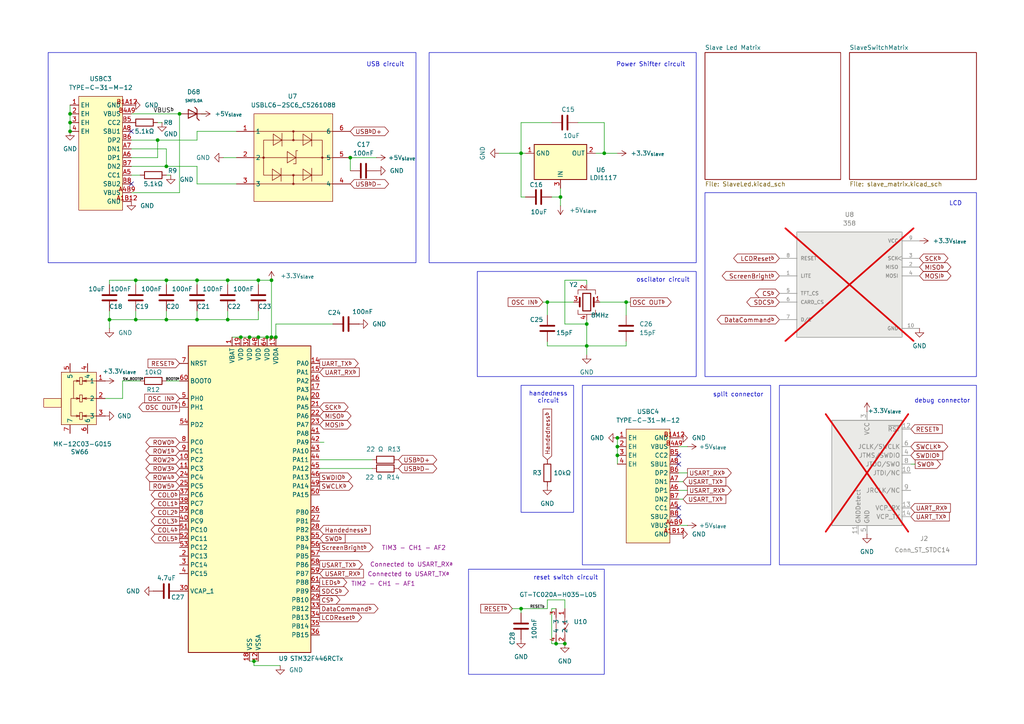
<source format=kicad_sch>
(kicad_sch (version 20250114) (generator "eeschema") (generator_version "9.0")
  (paper "A4")
  (lib_symbols
    (symbol "Connector:Conn_ST_STDC14"
      (property "Reference" "J" (at -8.89 16.51 0))
      (property "Value" "Conn_ST_STDC14" (at 17.78 16.51 0))
      (symbol "Conn_ST_STDC14_1_1"
        (pin no_connect line (at -10.16 5.08 0) (length 2.54) (hide yes) (name "NC") (number "1"))
        (pin no_connect line (at -10.16 2.54 0) (length 2.54) (hide yes) (name "NC") (number "2"))
        (pin passive line (at -2.54 -17.78 90) (length 2.54) (name "GNDDetect") (number "11"))
        (pin power_in line (at 0 17.78 270) (length 2.54) (name "VCC") (number "3"))
        (pin power_in line (at 0 -17.78 90) (length 2.54) (name "GND") (number "5"))
        (pin passive line (at 0 -17.78 90) (length 2.54) (hide yes) (name "GND") (number "7"))
        (pin open_collector line (at 12.7 12.7 180) (length 2.54) (name "~{RST}") (number "12"))
        (pin output line (at 12.7 7.62 180) (length 2.54) (name "JCLK/SWCLK") (number "6"))
        (pin bidirectional line (at 12.7 5.08 180) (length 2.54) (name "JTMS/SWDIO") (number "4"))
        (pin input line (at 12.7 2.54 180) (length 2.54) (name "JTDO/SWO") (number "8"))
        (pin output line (at 12.7 0 180) (length 2.54) (name "JTDI/NC") (number "10"))
        (pin input line (at 12.7 -5.08 180) (length 2.54) (name "JRCLK/NC") (number "9"))
        (pin output line (at 12.7 -10.16 180) (length 2.54) (name "VCP_RX") (number "13"))
        (pin input line (at 12.7 -12.7 180) (length 2.54) (name "VCP_TX") (number "14"))
      )
    )
    (symbol "Device:C" (pin_numbers (hide yes)) (pin_names (offset 0.254))
      (property "Reference" "C" (at 0.635 2.54 0))
      (property "Value" "C" (at 0.635 -2.54 0))
      (symbol "C_1_1"
        (pin passive line (at 0 3.81 270) (length 2.794) (name "~") (number "1"))
        (pin passive line (at 0 -3.81 90) (length 2.794) (name "~") (number "2"))
      )
    )
    (symbol "Device:Crystal_GND24" (pin_names (offset 1.016) (hide yes))
      (property "Reference" "Y" (at 3.175 5.08 0))
      (property "Value" "Crystal_GND24" (at 3.175 3.175 0))
      (symbol "Crystal_GND24_1_1"
        (pin passive line (at -3.81 0 0) (length 1.27) (name "1") (number "1"))
        (pin passive line (at 0 5.08 270) (length 1.27) (name "2") (number "2"))
        (pin passive line (at 0 -5.08 90) (length 1.27) (name "4") (number "4"))
        (pin passive line (at 3.81 0 180) (length 1.27) (name "3") (number "3"))
      )
    )
    (symbol "Device:R" (pin_numbers (hide yes)) (pin_names (offset 0))
      (property "Reference" "R" (at 2.032 0 90))
      (property "Value" "R" (at 0 0 90))
      (symbol "R_1_1"
        (pin passive line (at 0 3.81 270) (length 1.27) (name "~") (number "1"))
        (pin passive line (at 0 -3.81 90) (length 1.27) (name "~") (number "2"))
      )
    )
    (symbol "MCU_ST_STM32F4:STM32F446RCTx"
      (property "Reference" "U" (at -17.78 46.99 0))
      (property "Value" "STM32F446RCTx" (at 10.16 46.99 0))
      (symbol "STM32F446RCTx_1_1"
        (pin input line (at -20.32 40.64 0) (length 2.54) (name "NRST") (number "7"))
        (pin input line (at -20.32 35.56 0) (length 2.54) (name "BOOT0") (number "60"))
        (pin bidirectional line (at -20.32 30.48 0) (length 2.54) (name "PH0") (number "5"))
        (pin bidirectional line (at -20.32 27.94 0) (length 2.54) (name "PH1") (number "6"))
        (pin bidirectional line (at -20.32 22.86 0) (length 2.54) (name "PD2") (number "54"))
        (pin bidirectional line (at -20.32 17.78 0) (length 2.54) (name "PC0") (number "8"))
        (pin bidirectional line (at -20.32 15.24 0) (length 2.54) (name "PC1") (number "9"))
        (pin bidirectional line (at -20.32 12.7 0) (length 2.54) (name "PC2") (number "10"))
        (pin bidirectional line (at -20.32 10.16 0) (length 2.54) (name "PC3") (number "11"))
        (pin bidirectional line (at -20.32 7.62 0) (length 2.54) (name "PC4") (number "24"))
        (pin bidirectional line (at -20.32 5.08 0) (length 2.54) (name "PC5") (number "25"))
        (pin bidirectional line (at -20.32 2.54 0) (length 2.54) (name "PC6") (number "37"))
        (pin bidirectional line (at -20.32 0 0) (length 2.54) (name "PC7") (number "38"))
        (pin bidirectional line (at -20.32 -2.54 0) (length 2.54) (name "PC8") (number "39"))
        (pin bidirectional line (at -20.32 -5.08 0) (length 2.54) (name "PC9") (number "40"))
        (pin bidirectional line (at -20.32 -7.62 0) (length 2.54) (name "PC10") (number "51"))
        (pin bidirectional line (at -20.32 -10.16 0) (length 2.54) (name "PC11") (number "52"))
        (pin bidirectional line (at -20.32 -12.7 0) (length 2.54) (name "PC12") (number "53"))
        (pin bidirectional line (at -20.32 -15.24 0) (length 2.54) (name "PC13") (number "2"))
        (pin bidirectional line (at -20.32 -17.78 0) (length 2.54) (name "PC14") (number "3"))
        (pin bidirectional line (at -20.32 -20.32 0) (length 2.54) (name "PC15") (number "4"))
        (pin power_out line (at -20.32 -25.4 0) (length 2.54) (name "VCAP_1") (number "30"))
        (pin power_in line (at -5.08 48.26 270) (length 2.54) (name "VBAT") (number "1"))
        (pin power_in line (at -2.54 48.26 270) (length 2.54) (name "VDD") (number "19"))
        (pin power_in line (at 0 48.26 270) (length 2.54) (name "VDD") (number "32"))
        (pin power_in line (at 0 -45.72 90) (length 2.54) (name "VSS") (number "18"))
        (pin passive line (at 0 -45.72 90) (length 2.54) (hide yes) (name "VSS") (number "31"))
        (pin passive line (at 0 -45.72 90) (length 2.54) (hide yes) (name "VSS") (number "47"))
        (pin passive line (at 0 -45.72 90) (length 2.54) (hide yes) (name "VSS") (number "63"))
        (pin power_in line (at 2.54 48.26 270) (length 2.54) (name "VDD") (number "48"))
        (pin power_in line (at 2.54 -45.72 90) (length 2.54) (name "VSSA") (number "12"))
        (pin power_in line (at 5.08 48.26 270) (length 2.54) (name "VDD") (number "64"))
        (pin power_in line (at 7.62 48.26 270) (length 2.54) (name "VDDA") (number "13"))
        (pin bidirectional line (at 20.32 40.64 180) (length 2.54) (name "PA0") (number "14"))
        (pin bidirectional line (at 20.32 38.1 180) (length 2.54) (name "PA1") (number "15"))
        (pin bidirectional line (at 20.32 35.56 180) (length 2.54) (name "PA2") (number "16"))
        (pin bidirectional line (at 20.32 33.02 180) (length 2.54) (name "PA3") (number "17"))
        (pin bidirectional line (at 20.32 30.48 180) (length 2.54) (name "PA4") (number "20"))
        (pin bidirectional line (at 20.32 27.94 180) (length 2.54) (name "PA5") (number "21"))
        (pin bidirectional line (at 20.32 25.4 180) (length 2.54) (name "PA6") (number "22"))
        (pin bidirectional line (at 20.32 22.86 180) (length 2.54) (name "PA7") (number "23"))
        (pin bidirectional line (at 20.32 20.32 180) (length 2.54) (name "PA8") (number "41"))
        (pin bidirectional line (at 20.32 17.78 180) (length 2.54) (name "PA9") (number "42"))
        (pin bidirectional line (at 20.32 15.24 180) (length 2.54) (name "PA10") (number "43"))
        (pin bidirectional line (at 20.32 12.7 180) (length 2.54) (name "PA11") (number "44"))
        (pin bidirectional line (at 20.32 10.16 180) (length 2.54) (name "PA12") (number "45"))
        (pin bidirectional line (at 20.32 7.62 180) (length 2.54) (name "PA13") (number "46"))
        (pin bidirectional line (at 20.32 5.08 180) (length 2.54) (name "PA14") (number "49"))
        (pin bidirectional line (at 20.32 2.54 180) (length 2.54) (name "PA15") (number "50"))
        (pin bidirectional line (at 20.32 -2.54 180) (length 2.54) (name "PB0") (number "26"))
        (pin bidirectional line (at 20.32 -5.08 180) (length 2.54) (name "PB1") (number "27"))
        (pin bidirectional line (at 20.32 -7.62 180) (length 2.54) (name "PB2") (number "28"))
        (pin bidirectional line (at 20.32 -10.16 180) (length 2.54) (name "PB3") (number "55"))
        (pin bidirectional line (at 20.32 -12.7 180) (length 2.54) (name "PB4") (number "56"))
        (pin bidirectional line (at 20.32 -15.24 180) (length 2.54) (name "PB5") (number "57"))
        (pin bidirectional line (at 20.32 -17.78 180) (length 2.54) (name "PB6") (number "58"))
        (pin bidirectional line (at 20.32 -20.32 180) (length 2.54) (name "PB7") (number "59"))
        (pin bidirectional line (at 20.32 -22.86 180) (length 2.54) (name "PB8") (number "61"))
        (pin bidirectional line (at 20.32 -25.4 180) (length 2.54) (name "PB9") (number "62"))
        (pin bidirectional line (at 20.32 -27.94 180) (length 2.54) (name "PB10") (number "29"))
        (pin bidirectional line (at 20.32 -30.48 180) (length 2.54) (name "PB12") (number "33"))
        (pin bidirectional line (at 20.32 -33.02 180) (length 2.54) (name "PB13") (number "34"))
        (pin bidirectional line (at 20.32 -35.56 180) (length 2.54) (name "PB14") (number "35"))
        (pin bidirectional line (at 20.32 -38.1 180) (length 2.54) (name "PB15") (number "36"))
      )
    )
    (symbol "PCM_JLCPCB-Diodes:TVS-Uni,SMF5.0A" (pin_numbers (hide yes)) (pin_names (offset 0))
      (property "Reference" "D" (at 2.032 0.834 0))
      (property "Value" "SMF5.0A" (at 2.032 -1.2122 0))
      (symbol "TVS-Uni,SMF5.0A_1_1"
        (pin passive line (at 0 3.81 270) (length 3.81) (name "~") (number "2"))
        (pin passive line (at 0 -3.81 90) (length 3.81) (name "~") (number "1"))
      )
    )
    (symbol "Regulator_Linear:LT1963AxST-3.3"
      (property "Reference" "U2" (at 23.876 -7.62 0))
      (property "Value" "LDI1117" (at 14.478 -9.906 0))
      (symbol "LT1963AxST-3.3_1_1"
        (pin power_in line (at -10.16 2.54 0) (length 2.54) (name "GND") (number "1"))
        (pin power_in line (at 0 -7.62 90) (length 2.54) (name "IN") (number "3"))
        (pin power_out line (at 10.16 2.54 180) (length 2.54) (name "OUT") (number "2"))
      )
    )
    (symbol "easyeda2kicad:GT-TC020A-H035-L05"
      (property "Reference" "U" (at 0 5.08 0))
      (property "Value" "GT-TC020A-H035-L05" (at 0 -7.62 0))
      (symbol "GT-TC020A-H035-L05_0_1"
        (pin unspecified line (at -5.08 0 0) (length 2.54) (name "1") (number "1"))
        (pin unspecified line (at -5.08 -2.54 0) (length 2.54) (name "3") (number "3"))
        (pin unspecified line (at 5.08 0 180) (length 2.54) (name "2") (number "2"))
        (pin unspecified line (at 5.08 -2.54 180) (length 2.54) (name "4") (number "4"))
      )
    )
    (symbol "easyeda2kicad:MK-12C03-G015"
      (property "Reference" "SW" (at 0 12.7 0))
      (property "Value" "MK-12C03-G015" (at 0 -7.62 0))
      (symbol "MK-12C03-G015_0_1"
        (pin unspecified line (at -10.16 2.54 0) (length 2.54) (name "4") (number "4"))
        (pin unspecified line (at -10.16 -2.54 0) (length 2.54) (name "5") (number "5"))
        (pin unspecified line (at -5.08 7.62 270) (length 2.54) (name "1") (number "1"))
        (pin unspecified line (at 0 7.62 270) (length 2.54) (name "2") (number "2"))
        (pin unspecified line (at 5.08 7.62 270) (length 2.54) (name "3") (number "3"))
        (pin unspecified line (at 10.16 2.54 180) (length 2.54) (name "6") (number "6"))
        (pin unspecified line (at 10.16 -2.54 180) (length 2.54) (name "7") (number "7"))
      )
    )
    (symbol "easyeda2kicad:TYPE-C-31-M-12"
      (property "Reference" "USBC" (at 0 19.05 0))
      (property "Value" "TYPE-C-31-M-12" (at 0 -19.05 0))
      (symbol "TYPE-C-31-M-12_0_1"
        (pin unspecified line (at -8.89 13.97 0) (length 2.54) (name "GND") (number "A1B12"))
        (pin unspecified line (at -8.89 11.43 0) (length 2.54) (name "VBUS") (number "A4B9"))
        (pin unspecified line (at -8.89 8.89 0) (length 2.54) (name "SBU2") (number "B8"))
        (pin unspecified line (at -8.89 6.35 0) (length 2.54) (name "CC1") (number "A5"))
        (pin unspecified line (at -8.89 3.81 0) (length 2.54) (name "DN2") (number "B7"))
        (pin unspecified line (at -8.89 1.27 0) (length 2.54) (name "DP1") (number "A6"))
        (pin unspecified line (at -8.89 -1.27 0) (length 2.54) (name "DN1") (number "A7"))
        (pin unspecified line (at -8.89 -3.81 0) (length 2.54) (name "DP2") (number "B6"))
        (pin unspecified line (at -8.89 -6.35 0) (length 2.54) (name "SBU1") (number "A8"))
        (pin unspecified line (at -8.89 -8.89 0) (length 2.54) (name "CC2") (number "B5"))
        (pin unspecified line (at -8.89 -11.43 0) (length 2.54) (name "VBUS") (number "B4A9"))
        (pin unspecified line (at -8.89 -13.97 0) (length 2.54) (name "GND") (number "B1A12"))
        (pin unspecified line (at 8.89 -6.35 180) (length 2.54) (name "EH") (number "4"))
        (pin unspecified line (at 8.89 -8.89 180) (length 2.54) (name "EH") (number "3"))
        (pin unspecified line (at 8.89 -11.43 180) (length 2.54) (name "EH") (number "2"))
        (pin unspecified line (at 8.89 -13.97 180) (length 2.54) (name "EH") (number "1"))
      )
    )
    (symbol "easyeda2kicad:USBLC6-2SC6_C5261088"
      (property "Reference" "U" (at 0 12.7 0))
      (property "Value" "USBLC6-2SC6_C5261088" (at 0 -12.7 0))
      (symbol "USBLC6-2SC6_C5261088_0_1"
        (pin input line (at -16.51 7.62 0) (length 5.08) (name "1") (number "1"))
        (pin input line (at -16.51 0 0) (length 5.08) (name "2") (number "2"))
        (pin input line (at -16.51 -7.62 0) (length 5.08) (name "3") (number "3"))
        (pin input line (at 16.51 7.62 180) (length 5.08) (name "6") (number "6"))
        (pin input line (at 16.51 0 180) (length 5.08) (name "5") (number "5"))
        (pin input line (at 16.51 -7.62 180) (length 5.08) (name "4") (number "4"))
      )
    )
    (symbol "led:358" (pin_names (offset 1.016))
      (property "Reference" "U" (at -15.24 16.002 0))
      (property "Value" "358" (at -15.24 -17.78 0))
      (symbol "358_0_0"
        (pin input line (at -20.32 7.62 0) (length 5.08) (name "RESET") (number "8"))
        (pin input line (at -20.32 2.54 0) (length 5.08) (name "LITE") (number "1"))
        (pin input line (at -20.32 -2.54 0) (length 5.08) (name "TFT_CS") (number "5"))
        (pin input line (at -20.32 -5.08 0) (length 5.08) (name "CARD_CS") (number "6"))
        (pin input line (at -20.32 -10.16 0) (length 5.08) (name "D/C") (number "7"))
        (pin power_in line (at 20.32 12.7 180) (length 5.08) (name "VCC") (number "9"))
        (pin input clock (at 20.32 7.62 180) (length 5.08) (name "SCK") (number "3"))
        (pin output line (at 20.32 5.08 180) (length 5.08) (name "MISO") (number "2"))
        (pin input line (at 20.32 2.54 180) (length 5.08) (name "MOSI") (number "4"))
        (pin power_in line (at 20.32 -12.7 180) (length 5.08) (name "GND") (number "10"))
      )
    )
    (symbol "power:+3.3V" (power) (pin_numbers (hide yes)) (pin_names (offset 0) (hide yes))
      (property "Value" "+3.3V" (at 0 3.556 0))
      (symbol "+3.3V_1_1"
        (pin power_in line (at 0 0 90) (length 0) (name "~") (number "1"))
      )
    )
    (symbol "power:+5V" (power) (pin_numbers (hide yes)) (pin_names (offset 0) (hide yes))
      (property "Value" "+5V" (at 0 3.556 0))
      (symbol "+5V_1_1"
        (pin power_in line (at 0 0 90) (length 0) (name "~") (number "1"))
      )
    )
    (symbol "power:GND" (power) (pin_numbers (hide yes)) (pin_names (offset 0) (hide yes))
      (property "Value" "GND" (at 0 -3.81 0))
      (symbol "GND_1_1"
        (pin power_in line (at 0 0 270) (length 0) (name "~") (number "1"))
      )
    )
  )
  (rectangle (start 204.47 55.88) (end 283.21 109.22))
  (rectangle (start 124.46 15.24) (end 201.93 76.2))
  (rectangle (start 168.91 111.76) (end 223.52 163.83))
  (rectangle (start 151.13 111.76) (end 166.37 148.59))
  (rectangle (start 138.43 78.74) (end 201.93 109.22))
  (rectangle (start 226.06 111.76) (end 283.21 163.83))
  (rectangle (start 135.89 165.1) (end 175.26 195.58))
  (rectangle (start 13.97 15.24) (end 120.65 76.2))
  (text "reset switch circuit" (at 164.084 167.64 0) (effects (font (size 1.27 1.27))))
  (text "split connector" (at 214.122 114.554 0) (effects (font (size 1.27 1.27))))
  (text "debug connector" (at 273.304 116.332 0) (effects (font (size 1.27 1.27))))
  (text "Power Shifter circuit" (at 188.722 18.796 0) (effects (font (size 1.27 1.27))))
  (text "handedness\ncircuit" (at 159.004 115.316 0) (effects (font (size 1.27 1.27))))
  (text "oscilator circuit" (at 192.278 81.28 0) (effects (font (size 1.27 1.27))))
  (text "USB circuit\n" (at 111.76 18.796 0) (effects (font (size 1.27 1.27))))
  (text_box "LCD" (at 274.32 57.15 0) (size 6.35 3.81) (margins 0.9525 0.9525 0.9525 0.9525) (stroke (width -0.0001)) (effects (font (size 1.27 1.27)) (justify left top)))
  (junction (at 161.29 186.69))
  (junction (at 179.07 132.08))
  (junction (at 52.07 33.02))
  (junction (at 48.26 81.28))
  (junction (at 66.04 92.71))
  (junction (at 57.15 81.28))
  (junction (at 101.6 45.72))
  (junction (at 57.15 92.71))
  (junction (at 20.32 38.1))
  (junction (at 20.32 35.56))
  (junction (at 69.85 97.79))
  (junction (at 78.74 97.79))
  (junction (at 162.56 57.15))
  (junction (at 170.18 100.33))
  (junction (at 80.01 97.79))
  (junction (at 78.74 81.28))
  (junction (at 72.39 97.79))
  (junction (at 48.26 48.26))
  (junction (at 74.93 97.79))
  (junction (at 170.18 93.98))
  (junction (at 179.07 129.54))
  (junction (at 77.47 97.79))
  (junction (at 39.37 81.28))
  (junction (at 151.13 44.45))
  (junction (at 66.04 81.28))
  (junction (at 31.75 92.71))
  (junction (at 163.83 186.69))
  (junction (at 181.61 87.63))
  (junction (at 158.75 87.63))
  (junction (at 45.72 40.64))
  (junction (at 48.26 92.71))
  (junction (at 73.66 191.77))
  (junction (at 20.32 33.02))
  (junction (at 74.93 81.28))
  (junction (at 39.37 92.71))
  (junction (at 151.13 176.53))
  (junction (at 175.26 44.45))
  (junction (at 179.07 127))
  (no_connect (at 38.1 53.34))
  (no_connect (at 196.85 149.86))
  (no_connect (at 38.1 38.1))
  (no_connect (at 196.85 134.62))
  (no_connect (at 196.85 132.08))
  (no_connect (at 196.85 147.32))
  (wire (pts (xy 31.75 92.71) (xy 31.75 90.17)))
  (wire (pts (xy 93.98 128.27) (xy 92.71 128.27)))
  (wire (pts (xy 38.1 55.88) (xy 52.07 55.88)))
  (wire (pts (xy 78.74 97.79) (xy 78.74 81.28)))
  (wire (pts (xy 35.56 110.49) (xy 35.56 115.57)))
  (wire (pts (xy 31.75 82.55) (xy 31.75 81.28)))
  (wire (pts (xy 35.56 110.49) (xy 40.64 110.49)))
  (wire (pts (xy 148.59 176.53) (xy 151.13 176.53)))
  (wire (pts (xy 74.93 81.28) (xy 78.74 81.28)))
  (wire (pts (xy 101.6 45.72) (xy 109.22 45.72)))
  (wire (pts (xy 162.56 59.69) (xy 162.56 57.15)))
  (wire (pts (xy 57.15 38.1) (xy 68.58 38.1)))
  (wire (pts (xy 20.32 30.48) (xy 20.32 33.02)))
  (wire (pts (xy 151.13 57.15) (xy 152.4 57.15)))
  (wire (pts (xy 68.58 45.72) (xy 64.77 45.72)))
  (wire (pts (xy 163.83 93.98) (xy 170.18 93.98)))
  (wire (pts (xy 38.1 48.26) (xy 48.26 48.26)))
  (wire (pts (xy 31.75 92.71) (xy 31.75 95.25)))
  (wire (pts (xy 45.72 40.64) (xy 57.15 40.64)))
  (wire (pts (xy 172.72 44.45) (xy 175.26 44.45)))
  (wire (pts (xy 179.07 129.54) (xy 179.07 132.08)))
  (wire (pts (xy 73.66 193.04) (xy 81.28 193.04)))
  (wire (pts (xy 151.13 176.53) (xy 158.75 176.53)))
  (wire (pts (xy 158.75 100.33) (xy 158.75 99.06)))
  (wire (pts (xy 38.1 45.72) (xy 45.72 45.72)))
  (wire (pts (xy 57.15 82.55) (xy 57.15 81.28)))
  (wire (pts (xy 67.31 97.79) (xy 69.85 97.79)))
  (wire (pts (xy 265.43 134.62) (xy 264.16 134.62)))
  (wire (pts (xy 69.85 97.79) (xy 72.39 97.79)))
  (wire (pts (xy 39.37 81.28) (xy 31.75 81.28)))
  (wire (pts (xy 107.95 133.35) (xy 92.71 133.35)))
  (wire (pts (xy 170.18 100.33) (xy 181.61 100.33)))
  (wire (pts (xy 73.66 191.77) (xy 73.66 193.04)))
  (wire (pts (xy 170.18 102.87) (xy 170.18 100.33)))
  (wire (pts (xy 198.12 139.7) (xy 196.85 139.7)))
  (wire (pts (xy 161.29 176.53) (xy 160.02 176.53)))
  (wire (pts (xy 151.13 35.56) (xy 151.13 44.45)))
  (wire (pts (xy 57.15 90.17) (xy 57.15 92.71)))
  (wire (pts (xy 52.07 110.49) (xy 48.26 110.49)))
  (wire (pts (xy 20.32 33.02) (xy 20.32 35.56)))
  (wire (pts (xy 160.02 35.56) (xy 151.13 35.56)))
  (wire (pts (xy 160.02 186.69) (xy 161.29 186.69)))
  (wire (pts (xy 45.72 40.64) (xy 38.1 40.64)))
  (wire (pts (xy 158.75 87.63) (xy 158.75 91.44)))
  (wire (pts (xy 162.56 57.15) (xy 162.56 54.61)))
  (wire (pts (xy 175.26 44.45) (xy 175.26 35.56)))
  (wire (pts (xy 48.26 48.26) (xy 57.15 48.26)))
  (wire (pts (xy 170.18 81.28) (xy 170.18 82.55)))
  (wire (pts (xy 199.39 129.54) (xy 196.85 129.54)))
  (wire (pts (xy 74.93 90.17) (xy 74.93 92.71)))
  (wire (pts (xy 199.39 142.24) (xy 196.85 142.24)))
  (wire (pts (xy 175.26 35.56) (xy 167.64 35.56)))
  (wire (pts (xy 80.01 93.98) (xy 96.52 93.98)))
  (wire (pts (xy 66.04 90.17) (xy 66.04 92.71)))
  (wire (pts (xy 74.93 81.28) (xy 74.93 82.55)))
  (wire (pts (xy 38.1 33.02) (xy 52.07 33.02)))
  (wire (pts (xy 182.88 87.63) (xy 181.61 87.63)))
  (wire (pts (xy 20.32 35.56) (xy 20.32 38.1)))
  (wire (pts (xy 170.18 93.98) (xy 170.18 100.33)))
  (wire (pts (xy 48.26 50.8) (xy 49.53 50.8)))
  (wire (pts (xy 163.83 173.99) (xy 163.83 176.53)))
  (wire (pts (xy 179.07 127) (xy 179.07 129.54)))
  (wire (pts (xy 199.39 137.16) (xy 196.85 137.16)))
  (wire (pts (xy 173.99 87.63) (xy 181.61 87.63)))
  (wire (pts (xy 48.26 90.17) (xy 48.26 92.71)))
  (wire (pts (xy 66.04 81.28) (xy 57.15 81.28)))
  (wire (pts (xy 199.39 152.4) (xy 196.85 152.4)))
  (wire (pts (xy 57.15 92.71) (xy 66.04 92.71)))
  (wire (pts (xy 158.75 87.63) (xy 166.37 87.63)))
  (wire (pts (xy 198.12 144.78) (xy 196.85 144.78)))
  (wire (pts (xy 48.26 81.28) (xy 39.37 81.28)))
  (wire (pts (xy 170.18 93.98) (xy 170.18 92.71)))
  (wire (pts (xy 74.93 97.79) (xy 77.47 97.79)))
  (wire (pts (xy 38.1 50.8) (xy 40.64 50.8)))
  (wire (pts (xy 57.15 40.64) (xy 57.15 38.1)))
  (wire (pts (xy 80.01 97.79) (xy 80.01 93.98)))
  (wire (pts (xy 66.04 92.71) (xy 74.93 92.71)))
  (wire (pts (xy 57.15 48.26) (xy 57.15 53.34)))
  (wire (pts (xy 73.66 191.77) (xy 74.93 191.77)))
  (wire (pts (xy 39.37 92.71) (xy 39.37 90.17)))
  (wire (pts (xy 59.69 33.02) (xy 58.42 33.02)))
  (wire (pts (xy 181.61 87.63) (xy 181.61 91.44)))
  (wire (pts (xy 48.26 43.18) (xy 48.26 48.26)))
  (wire (pts (xy 45.72 35.56) (xy 46.99 35.56)))
  (wire (pts (xy 151.13 44.45) (xy 152.4 44.45)))
  (wire (pts (xy 179.07 132.08) (xy 179.07 134.62)))
  (wire (pts (xy 157.48 87.63) (xy 158.75 87.63)))
  (wire (pts (xy 77.47 97.79) (xy 78.74 97.79)))
  (wire (pts (xy 161.29 186.69) (xy 163.83 186.69)))
  (wire (pts (xy 31.75 92.71) (xy 39.37 92.71)))
  (wire (pts (xy 39.37 92.71) (xy 48.26 92.71)))
  (wire (pts (xy 151.13 177.8) (xy 151.13 176.53)))
  (wire (pts (xy 158.75 176.53) (xy 158.75 173.99)))
  (wire (pts (xy 163.83 81.28) (xy 170.18 81.28)))
  (wire (pts (xy 73.66 191.77) (xy 72.39 191.77)))
  (wire (pts (xy 158.75 173.99) (xy 163.83 173.99)))
  (wire (pts (xy 144.78 44.45) (xy 151.13 44.45)))
  (wire (pts (xy 151.13 44.45) (xy 151.13 57.15)))
  (wire (pts (xy 30.48 115.57) (xy 35.56 115.57)))
  (wire (pts (xy 52.07 55.88) (xy 52.07 33.02)))
  (wire (pts (xy 48.26 82.55) (xy 48.26 81.28)))
  (wire (pts (xy 163.83 81.28) (xy 163.83 93.98)))
  (wire (pts (xy 181.61 100.33) (xy 181.61 99.06)))
  (wire (pts (xy 72.39 97.79) (xy 74.93 97.79)))
  (wire (pts (xy 39.37 82.55) (xy 39.37 81.28)))
  (wire (pts (xy 160.02 57.15) (xy 162.56 57.15)))
  (wire (pts (xy 48.26 43.18) (xy 38.1 43.18)))
  (wire (pts (xy 160.02 176.53) (xy 160.02 186.69)))
  (wire (pts (xy 78.74 97.79) (xy 80.01 97.79)))
  (wire (pts (xy 66.04 81.28) (xy 74.93 81.28)))
  (wire (pts (xy 57.15 53.34) (xy 68.58 53.34)))
  (wire (pts (xy 66.04 82.55) (xy 66.04 81.28)))
  (wire (pts (xy 57.15 81.28) (xy 48.26 81.28)))
  (wire (pts (xy 175.26 44.45) (xy 179.07 44.45)))
  (wire (pts (xy 48.26 92.71) (xy 57.15 92.71)))
  (wire (pts (xy 158.75 100.33) (xy 170.18 100.33)))
  (wire (pts (xy 92.71 135.89) (xy 107.95 135.89)))
  (wire (pts (xy 101.6 49.53) (xy 101.6 45.72)))
  (wire (pts (xy 45.72 45.72) (xy 45.72 40.64)))
  (label "VBUS^{b}" (at 44.45 33.02 0))
  (label "RESETb" (at 153.67 176.53 0) (effects (font (size 0.762 0.762))))
  (label "BOOT0^{b}" (at 52.07 110.49 180) (effects (font (size 0.7 0.7))))
  (label "SW_BOOT0^{b}" (at 35.56 110.49 0) (effects (font (size 0.7 0.7))))
  (global_label "SDCS^{b}" (shape bidirectional) (at 226.06 87.63 180) (property "Intersheetrefs" "${INTERSHEET_REFS}" (effects (hide yes))))
  (global_label "USART_TX^{b}" (shape input) (at 198.12 139.7 0) (property "Intersheetrefs" "${INTERSHEET_REFS}" (effects (hide yes))))
  (global_label "COL1^{b}" (shape output) (at 52.07 146.05 180) (property "Intersheetrefs" "${INTERSHEET_REFS}" (effects (hide yes))))
  (global_label "CS^{b}" (shape bidirectional) (at 226.06 85.09 180) (property "Intersheetrefs" "${INTERSHEET_REFS}" (effects (hide yes))))
  (global_label "SWO^{b}" (shape output) (at 265.43 134.62 0) (property "Intersheetrefs" "${INTERSHEET_REFS}" (effects (hide yes))))
  (global_label "USB^{b}D-" (shape bidirectional) (at 115.57 135.89 0) (property "Intersheetrefs" "${INTERSHEET_REFS}" (effects (hide yes))))
  (global_label "COL5^{b}" (shape output) (at 52.07 156.21 180) (property "Intersheetrefs" "${INTERSHEET_REFS}" (effects (hide yes))))
  (global_label "COL0^{b}" (shape output) (at 52.07 143.51 180) (property "Intersheetrefs" "${INTERSHEET_REFS}" (effects (hide yes))))
  (global_label "RESET^{b}" (shape input) (at 148.59 176.53 180) (property "Intersheetrefs" "${INTERSHEET_REFS}" (effects (hide yes))))
  (global_label "SWDIO^{b}" (shape output) (at 92.71 138.43 0) (property "Intersheetrefs" "${INTERSHEET_REFS}" (effects (hide yes))))
  (global_label "USART_RX^{b}" (shape output) (at 199.39 142.24 0) (property "Intersheetrefs" "${INTERSHEET_REFS}" (effects (hide yes))))
  (global_label "OSC IN^{b}" (shape input) (at 52.07 115.57 180) (property "Intersheetrefs" "${INTERSHEET_REFS}" (effects (hide yes))))
  (global_label "LCDReset^{b}" (shape bidirectional) (at 226.06 74.93 180) (property "Intersheetrefs" "${INTERSHEET_REFS}" (effects (hide yes))))
  (global_label "OSC OUT^{b}" (shape output) (at 52.07 118.11 180) (property "Intersheetrefs" "${INTERSHEET_REFS}" (effects (hide yes))))
  (global_label "DataCommand^{b}" (shape bidirectional) (at 226.06 92.71 180) (property "Intersheetrefs" "${INTERSHEET_REFS}" (effects (hide yes))))
  (global_label "DataCommand^{b}" (shape output) (at 92.71 176.53 0) (property "Intersheetrefs" "${INTERSHEET_REFS}" (effects (hide yes))))
  (global_label "CS^{b}" (shape output) (at 92.71 173.99 0) (property "Intersheetrefs" "${INTERSHEET_REFS}" (effects (hide yes))))
  (global_label "ROW0^{b}" (shape bidirectional) (at 52.07 128.27 180) (property "Intersheetrefs" "${INTERSHEET_REFS}" (effects (hide yes))))
  (global_label "UART_RX^{b}" (shape input) (at 264.16 147.32 0) (property "Intersheetrefs" "${INTERSHEET_REFS}" (effects (hide yes))))
  (global_label "RESET^{b}" (shape input) (at 52.07 105.41 180) (property "Intersheetrefs" "${INTERSHEET_REFS}" (effects (hide yes))))
  (global_label "ScreenBright^{b}" (shape output) (at 92.71 158.75 0) (property "Intersheetrefs" "${INTERSHEET_REFS}" (effects (hide yes))) (property "info" "TIM3 - CH1 - AF2" (at 110.236 158.75 0) (effects (justify left))))
  (global_label "OSC OUT^{b}" (shape output) (at 182.88 87.63 0) (property "Intersheetrefs" "${INTERSHEET_REFS}" (effects (hide yes))))
  (global_label "SWDIO^{b}" (shape input) (at 264.16 132.08 0) (property "Intersheetrefs" "${INTERSHEET_REFS}" (effects (hide yes))))
  (global_label "ROW4^{b}" (shape bidirectional) (at 52.07 138.43 180) (property "Intersheetrefs" "${INTERSHEET_REFS}" (effects (hide yes))))
  (global_label "USART_RX^{b}" (shape output) (at 199.39 137.16 0) (property "Intersheetrefs" "${INTERSHEET_REFS}" (effects (hide yes))))
  (global_label "COL4^{b}" (shape output) (at 52.07 153.67 180) (property "Intersheetrefs" "${INTERSHEET_REFS}" (effects (hide yes))))
  (global_label "USB^{b}D+" (shape bidirectional) (at 101.6 38.1 0) (property "Intersheetrefs" "${INTERSHEET_REFS}" (effects (hide yes))))
  (global_label "SWCLK^{b}" (shape bidirectional) (at 264.16 129.54 0) (property "Intersheetrefs" "${INTERSHEET_REFS}" (effects (hide yes))))
  (global_label "OSC IN^{b}" (shape input) (at 157.48 87.63 180) (property "Intersheetrefs" "${INTERSHEET_REFS}" (effects (hide yes))))
  (global_label "SWO^{b}" (shape input) (at 92.71 156.21 0) (property "Intersheetrefs" "${INTERSHEET_REFS}" (effects (hide yes))))
  (global_label "SWCLK^{b}" (shape output) (at 92.71 140.97 0) (property "Intersheetrefs" "${INTERSHEET_REFS}" (effects (hide yes))))
  (global_label "Handedness^{b}" (shape input) (at 158.75 133.35 90) (property "Intersheetrefs" "${INTERSHEET_REFS}" (effects (hide yes))))
  (global_label "USART_RX^{b}" (shape input) (at 92.71 166.37 0) (property "Intersheetrefs" "${INTERSHEET_REFS}" (effects (hide yes))) (property "INFO" "Connected to USART_TX^{a}" (at 105.156 166.37 0) (effects (justify left))))
  (global_label "USART_TX^{b}" (shape input) (at 198.12 144.78 0) (property "Intersheetrefs" "${INTERSHEET_REFS}" (effects (hide yes))))
  (global_label "USART_TX^{b}" (shape output) (at 92.71 163.83 0) (property "Intersheetrefs" "${INTERSHEET_REFS}" (effects (hide yes))) (property "INFO" "USART1" (effects (hide yes))) (property "INFO 2 " "Connected to USART_RX^{a}" (at 118.872 163.576 0)))
  (global_label "ROW3^{b}" (shape bidirectional) (at 52.07 135.89 180) (property "Intersheetrefs" "${INTERSHEET_REFS}" (effects (hide yes))))
  (global_label "MOSI^{b}" (shape bidirectional) (at 92.71 123.19 0) (property "Intersheetrefs" "${INTERSHEET_REFS}" (effects (hide yes))))
  (global_label "Handedness^{b}" (shape input) (at 92.71 153.67 0) (property "Intersheetrefs" "${INTERSHEET_REFS}" (effects (hide yes))))
  (global_label "USB^{b}D+" (shape bidirectional) (at 115.57 133.35 0) (property "Intersheetrefs" "${INTERSHEET_REFS}" (effects (hide yes))))
  (global_label "UART_RX^{b}" (shape input) (at 92.71 107.95 0) (property "Intersheetrefs" "${INTERSHEET_REFS}" (effects (hide yes))))
  (global_label "MISO^{b}" (shape bidirectional) (at 92.71 120.65 0) (property "Intersheetrefs" "${INTERSHEET_REFS}" (effects (hide yes))))
  (global_label "ROW1^{b}" (shape bidirectional) (at 52.07 130.81 180) (property "Intersheetrefs" "${INTERSHEET_REFS}" (effects (hide yes))))
  (global_label "UART_TX^{b}" (shape input) (at 264.16 149.86 0) (property "Intersheetrefs" "${INTERSHEET_REFS}" (effects (hide yes))))
  (global_label "ScreenBright^{b}" (shape bidirectional) (at 226.06 80.01 180) (property "Intersheetrefs" "${INTERSHEET_REFS}" (effects (hide yes))))
  (global_label "ROW5^{b}" (shape input) (at 52.07 140.97 180) (property "Intersheetrefs" "${INTERSHEET_REFS}" (effects (hide yes))))
  (global_label "RESET^{b}" (shape input) (at 264.16 124.46 0) (property "Intersheetrefs" "${INTERSHEET_REFS}" (effects (hide yes))))
  (global_label "SCK^{b}" (shape bidirectional) (at 92.71 118.11 0) (property "Intersheetrefs" "${INTERSHEET_REFS}" (effects (hide yes))))
  (global_label "ROW2^{b}" (shape bidirectional) (at 52.07 133.35 180) (property "Intersheetrefs" "${INTERSHEET_REFS}" (effects (hide yes))))
  (global_label "UART_TX^{b}" (shape output) (at 92.71 105.41 0) (property "Intersheetrefs" "${INTERSHEET_REFS}" (effects (hide yes))) (property "info" "UART4" (effects (hide yes))))
  (global_label "MISO^{b}" (shape bidirectional) (at 266.7 77.47 0) (property "Intersheetrefs" "${INTERSHEET_REFS}" (effects (hide yes))))
  (global_label "SDCS^{b}" (shape output) (at 92.71 171.45 0) (property "Intersheetrefs" "${INTERSHEET_REFS}" (effects (hide yes))))
  (global_label "COL3^{b}" (shape output) (at 52.07 151.13 180) (property "Intersheetrefs" "${INTERSHEET_REFS}" (effects (hide yes))))
  (global_label "USB^{b}D-" (shape bidirectional) (at 101.6 53.34 0) (property "Intersheetrefs" "${INTERSHEET_REFS}" (effects (hide yes))))
  (global_label "MOSI^{b}" (shape bidirectional) (at 266.7 80.01 0) (property "Intersheetrefs" "${INTERSHEET_REFS}" (effects (hide yes))))
  (global_label "LCDReset^{b}" (shape output) (at 92.71 179.07 0) (property "Intersheetrefs" "${INTERSHEET_REFS}" (effects (hide yes))))
  (global_label "COL2^{b}" (shape output) (at 52.07 148.59 180) (property "Intersheetrefs" "${INTERSHEET_REFS}" (effects (hide yes))))
  (global_label "SCK^{b}" (shape bidirectional) (at 266.7 74.93 0) (property "Intersheetrefs" "${INTERSHEET_REFS}" (effects (hide yes))))
  (global_label "LEDs^{b}" (shape output) (at 92.71 168.91 0) (property "Intersheetrefs" "${INTERSHEET_REFS}" (effects (hide yes))) (property "INFO" "TIM2 - CH1 - AF1" (at 101.346 169.164 0) (effects (justify left))))
  (symbol (lib_id "power:GND") (at 266.7 95.25 0) (unit 1)
    (property "Reference" "#PWR054" (effects (hide yes)))
    (property "Value" "GND" (at 266.7 100.33 0))
    (property "Description" "Power symbol creates a global label with name \"GND\" , ground" (effects (hide yes)))
  )
  (symbol (lib_id "power:GND") (at 251.46 154.94 0) (unit 1)
    (property "Reference" "#PWR063" (effects (hide yes)))
    (property "Value" "GND" (at 251.46 160.02 0))
    (property "Description" "Power symbol creates a global label with name \"GND\" , ground" (effects (hide yes)))
  )
  (symbol (lib_id "power:GND") (at 179.07 127 270) (unit 1)
    (property "Reference" "#PWR060" (effects (hide yes)))
    (property "Value" "GND" (at 175.26 126.9999 90) (effects (justify right)))
    (property "Description" "Power symbol creates a global label with name \"GND\" , ground" (effects (hide yes)))
  )
  (symbol (lib_id "power:GND") (at 38.1 30.48 90) (unit 1)
    (property "Reference" "#PWR036" (effects (hide yes)))
    (property "Value" "GND" (at 41.91 30.4799 90) (effects (justify right)))
    (property "Description" "Power symbol creates a global label with name \"GND\" , ground" (effects (hide yes)))
  )
  (symbol (lib_id "Device:C") (at 156.21 57.15 90) (unit 1)
    (property "Reference" "C16" (at 157.48 53.594 90) (effects (justify left)))
    (property "Value" "10uF" (at 158.75 61.468 90) (effects (justify left)))
    (property "Footprint" "Capacitor_SMD:C_1206_3216Metric" (effects (hide yes)))
    (property "Description" "Unpolarized capacitor" (effects (hide yes)))
    (property "LCSC" "C13585" (effects (hide yes)))
    (property "LCSC Part" "C13585" (effects (hide yes)))
  )
  (symbol (lib_id "power:GND") (at 196.85 154.94 90) (unit 1)
    (property "Reference" "#PWR062" (effects (hide yes)))
    (property "Value" "GND" (at 200.66 154.9399 90) (effects (justify right)))
    (property "Description" "Power symbol creates a global label with name \"GND\" , ground" (effects (hide yes)))
  )
  (symbol (lib_id "Device:R") (at 111.76 133.35 90) (unit 1)
    (property "Reference" "R13" (at 114.3 130.302 90))
    (property "Value" "22 Ω" (at 108.712 130.302 90))
    (property "Footprint" "Resistor_SMD:R_0402_1005Metric" (effects (hide yes)))
    (property "Description" "Resistor" (effects (hide yes)))
    (property "LCSC" "C2906914" (effects (hide yes)))
  )
  (symbol (lib_id "Device:R") (at 158.75 137.16 0) (unit 1)
    (property "Reference" "R3" (at 154.432 137.16 0) (effects (justify left)))
    (property "Value" "10kΩ" (at 160.528 137.16 0) (effects (justify left)))
    (property "Footprint" "Resistor_SMD:R_0805_2012Metric" (effects (hide yes)))
    (property "Description" "Resistor" (effects (hide yes)))
  )
  (symbol (lib_id "Connector:Conn_ST_STDC14") (at 251.46 137.16 0) (unit 1) (dnp yes)
    (property "Reference" "J2" (at 269.24 156.21 0) (effects (justify right)))
    (property "Value" "Conn_ST_STDC14" (at 275.59 159.512 0) (effects (justify right)))
    (property "Footprint" "Connector_PinHeader_1.27mm:PinHeader_2x07_P1.27mm_Horizontal" (effects (hide yes)))
    (property "Datasheet" "https://www.st.com/content/ccc/resource/technical/document/user_manual/group1/99/49/91/b6/b2/3a/46/e5/DM00526767/files/DM00526767.pdf/jcr:content/translations/en.DM00526767.pdf" (effects (hide yes)))
    (property "Description" "ST Debug Connector, standard ARM Cortex-M SWD and JTAG interface plus UART" (effects (hide yes)))
  )
  (symbol (lib_id "power:+3.3V") (at 266.7 69.85 270) (unit 1)
    (property "Reference" "#PWR051" (effects (hide yes)))
    (property "Value" "+3.3V_{slave}" (at 270.51 69.8499 90) (effects (justify left)))
    (property "Description" "Power symbol creates a global label with name \"+3.3V\"" (effects (hide yes)))
  )
  (symbol (lib_id "power:+3.3V") (at 179.07 44.45 270) (unit 1)
    (property "Reference" "#PWR038" (effects (hide yes)))
    (property "Value" "+3.3V_{slave}" (at 182.88 44.4499 90) (effects (justify left)))
    (property "Description" "Power symbol creates a global label with name \"+3.3V\"" (effects (hide yes)))
  )
  (symbol (lib_id "easyeda2kicad:TYPE-C-31-M-12") (at 29.21 44.45 180) (unit 1)
    (property "Reference" "USBC3" (at 29.21 22.86 0))
    (property "Value" "TYPE-C-31-M-12" (at 29.21 25.4 0))
    (property "Footprint" "easyeda2kicad:USB-C_SMD-TYPE-C-31-M-12_1" (effects (hide yes)))
    (property "Datasheet" "https://lcsc.com/product-detail/USB-Type-C_Korean-Hroparts-Elec-TYPE-C-31-M-12_C165948.html" (effects (hide yes)))
    (property "LCSC Part" "C165948" (effects (hide yes)))
    (property "LCSC" "C165948" (effects (hide yes)))
  )
  (symbol (lib_id "easyeda2kicad:GT-TC020A-H035-L05") (at 163.83 181.61 270) (unit 1)
    (property "Reference" "U10" (at 166.37 180.3399 90) (effects (justify left)))
    (property "Value" "GT-TC020A-H035-L05" (at 150.622 172.466 90) (effects (justify left)))
    (property "Footprint" "easyeda2kicad:SW-SMD_GT-TC020B-H035-L05" (effects (hide yes)))
    (property "LCSC Part" "C17179533" (effects (hide yes)))
  )
  (symbol (lib_id "power:GND") (at 163.83 186.69 0) (unit 1)
    (property "Reference" "#PWR066" (effects (hide yes)))
    (property "Value" "GND" (at 163.83 191.77 0))
    (property "Description" "Power symbol creates a global label with name \"GND\" , ground" (effects (hide yes)))
  )
  (symbol (lib_id "Device:R") (at 44.45 110.49 270) (unit 1)
    (property "Reference" "R12" (at 44.45 113.03 90))
    (property "Value" "10kΩ" (at 44.45 107.95 90))
    (property "Footprint" "Resistor_SMD:R_0805_2012Metric" (effects (hide yes)))
    (property "LCSC" "C84376" (effects (hide yes)))
    (property "LCSC Part" "C84376" (effects (hide yes)))
  )
  (symbol (lib_id "power:GND") (at 31.75 95.25 0) (unit 1)
    (property "Reference" "#PWR055" (effects (hide yes)))
    (property "Value" "GND" (at 34.29 96.5199 0) (effects (justify left)))
    (property "Description" "Power symbol creates a global label with name \"GND\" , ground" (effects (hide yes)))
  )
  (symbol (lib_id "easyeda2kicad:USBLC6-2SC6_C5261088") (at 85.09 45.72 0) (unit 1)
    (property "Reference" "U7" (at 84.836 27.94 0))
    (property "Value" "USBLC6-2SC6_C5261088" (at 85.09 30.48 0))
    (property "Footprint" "easyeda2kicad:SOT-23-6_L2.9-W1.6-P0.95-LS2.8-BR" (effects (hide yes)))
    (property "LCSC Part" "C5261088" (effects (hide yes)))
    (property "LCSC" "C5261088" (effects (hide yes)))
  )
  (symbol (lib_id "Device:C") (at 39.37 86.36 180) (unit 1)
    (property "Reference" "C19" (at 43.18 88.9 0) (effects (justify left)))
    (property "Value" "100nF" (at 38.1 83.82 0) (effects (justify left)))
    (property "Footprint" "Capacitor_SMD:C_0805_2012Metric" (effects (hide yes)))
    (property "LCSC" "C48579599" (effects (hide yes)))
    (property "LCSC Part" "C48579599" (effects (hide yes)))
  )
  (symbol (lib_id "power:GND") (at 109.22 49.53 90) (unit 1)
    (property "Reference" "#PWR044" (effects (hide yes)))
    (property "Value" "GND" (at 113.03 49.5299 90) (effects (justify right)))
    (property "Description" "Power symbol creates a global label with name \"GND\" , ground" (effects (hide yes)))
  )
  (symbol (lib_id "power:GND") (at 30.48 120.65 90) (unit 1)
    (property "Reference" "#PWR059" (effects (hide yes)))
    (property "Value" "GND" (at 34.036 120.65 90) (effects (justify right)))
    (property "Description" "Power symbol creates a global label with name \"GND\" , ground" (effects (hide yes)))
  )
  (symbol (lib_id "Device:R") (at 41.91 35.56 270) (unit 1)
    (property "Reference" "R8" (at 48.768 35.56 90))
    (property "Value" "5.1kΩ" (at 41.91 38.1 90))
    (property "Footprint" "Resistor_SMD:R_0603_1608Metric" (effects (hide yes)))
    (property "LCSC" "C2907114" (effects (hide yes)))
    (property "LCSC Part" "C2907114" (effects (hide yes)))
  )
  (symbol (lib_id "PCM_JLCPCB-Diodes:TVS-Uni,SMF5.0A") (at 55.88 33.02 90) (unit 1)
    (property "Reference" "D68" (at 56.1975 26.67 90))
    (property "Value" "SMF5.0A" (at 56.1975 29.21 90) (effects (font (size 0.8 0.8))))
    (property "Footprint" "PCM_JLCPCB:D_SOD-123FL" (effects (hide yes)))
    (property "Datasheet" "https://wmsc.lcsc.com/wmsc/upload/file/pdf/v2/lcsc/2312041000_hongjiacheng-SMF5-0A_C19077497.pdf" (effects (hide yes)))
    (property "Description" "27.4A 7.3V 200W 6.4V Unidirectional 5V SOD-123FL ESD and Surge Protection (TVS/ESD) ROHS" (effects (hide yes)))
    (property "LCSC" "C19077497" (effects (hide yes)))
    (property "Stock" "158412" (effects (hide yes)))
    (property "Price" "0.028USD" (effects (hide yes)))
    (property "Process" "SMT" (effects (hide yes)))
    (property "Minimum Qty" "15" (effects (hide yes)))
    (property "Attrition Qty" "4" (effects (hide yes)))
    (property "Class" "Preferred Component" (effects (hide yes)))
    (property "Category" "Circuit Protection,ESD And Surge Protection (TVS/ESD)" (effects (hide yes)))
    (property "Manufacturer" "hongjiacheng" (effects (hide yes)))
    (property "Part" "SMF5.0A" (effects (hide yes)))
    (property "LCSC Part" "C19077497" (effects (hide yes)))
  )
  (symbol (lib_id "easyeda2kicad:MK-12C03-G015") (at 22.86 115.57 270) (unit 1)
    (property "Reference" "SW66" (at 23.114 131.064 90))
    (property "Value" "MK-12C03-G015" (at 23.876 128.778 90))
    (property "Footprint" "easyeda2kicad:SW-SMD_MK-12C03-G015" (effects (hide yes)))
    (property "LCSC Part" "C2890358" (effects (hide yes)))
    (property "LCSC" "C2890358" (effects (hide yes)))
  )
  (symbol (lib_id "power:GND") (at 49.53 50.8 0) (unit 1)
    (property "Reference" "#PWR045" (effects (hide yes)))
    (property "Value" "GND" (at 52.07 52.0699 0) (effects (justify left)))
    (property "Description" "Power symbol creates a global label with name \"GND\" , ground" (effects (hide yes)))
  )
  (symbol (lib_id "Device:C") (at 100.33 93.98 270) (unit 1)
    (property "Reference" "C24" (at 94.996 90.678 90) (effects (justify left)))
    (property "Value" "100nF" (at 102.108 90.424 90) (effects (justify left)))
    (property "Footprint" "Capacitor_SMD:C_0805_2012Metric" (effects (hide yes)))
    (property "LCSC" "C48579599" (effects (hide yes)))
    (property "LCSC Part" "C48579599" (effects (hide yes)))
  )
  (symbol (lib_id "easyeda2kicad:TYPE-C-31-M-12") (at 187.96 140.97 180) (unit 1)
    (property "Reference" "USBC4" (at 187.96 119.38 0))
    (property "Value" "TYPE-C-31-M-12" (at 187.96 121.92 0))
    (property "Footprint" "easyeda2kicad:USB-C_SMD-TYPE-C-31-M-12_1" (effects (hide yes)))
    (property "Datasheet" "https://lcsc.com/product-detail/USB-Type-C_Korean-Hroparts-Elec-TYPE-C-31-M-12_C165948.html" (effects (hide yes)))
    (property "LCSC Part" "C165948" (effects (hide yes)))
    (property "LCSC" "C165948" (effects (hide yes)))
  )
  (symbol (lib_id "Device:R") (at 44.45 50.8 270) (unit 1)
    (property "Reference" "R9" (at 50.038 49.53 90))
    (property "Value" "5.1kΩ" (at 44.45 53.34 90))
    (property "Footprint" "Resistor_SMD:R_0603_1608Metric" (effects (hide yes)))
    (property "LCSC" "C2907114" (effects (hide yes)))
    (property "LCSC Part" "C2907114" (effects (hide yes)))
  )
  (symbol (lib_id "Device:C") (at 66.04 86.36 180) (unit 1)
    (property "Reference" "C22" (at 69.85 88.9 0) (effects (justify left)))
    (property "Value" "100nF" (at 64.77 83.82 0) (effects (justify left)))
    (property "Footprint" "Capacitor_SMD:C_0805_2012Metric" (effects (hide yes)))
    (property "LCSC" "C48579599" (effects (hide yes)))
    (property "LCSC Part" "C48579599" (effects (hide yes)))
  )
  (symbol (lib_id "led:358") (at 246.38 82.55 0) (unit 1) (dnp yes)
    (property "Reference" "U8" (at 246.38 62.23 0))
    (property "Value" "358" (at 246.38 64.77 0))
    (property "Footprint" "easyeda2kicad:MODULE_358" (effects (hide yes)))
    (property "PARTREV" "2021-12-09" (effects (hide yes)))
    (property "MANUFACTURER" "Adafruit Industries" (effects (hide yes)))
    (property "STANDARD" "Manufacturer Recommendations" (effects (hide yes)))
  )
  (symbol (lib_id "power:+5V") (at 109.22 45.72 270) (unit 1)
    (property "Reference" "#PWR042" (effects (hide yes)))
    (property "Value" "+5V_{slave}" (at 112.522 45.72 90) (effects (justify left)))
    (property "Description" "Power symbol creates a global label with name \"+5V\"" (effects (hide yes)))
  )
  (symbol (lib_id "Device:C") (at 48.26 171.45 90) (unit 1)
    (property "Reference" "C27" (at 51.562 173.228 90))
    (property "Value" "4.7uF" (at 48.26 167.64 90))
    (property "Footprint" "Capacitor_SMD:C_0603_1608Metric" (effects (hide yes)))
    (property "Description" "Unpolarized capacitor" (effects (hide yes)))
    (property "LCSC" "C1705" (effects (hide yes)))
    (property "LCSC Part" "C1705" (effects (hide yes)))
  )
  (symbol (lib_id "power:GND") (at 196.85 127 90) (unit 1)
    (property "Reference" "#PWR061" (effects (hide yes)))
    (property "Value" "GND" (at 200.66 126.9999 90) (effects (justify right)))
    (property "Description" "Power symbol creates a global label with name \"GND\" , ground" (effects (hide yes)))
  )
  (symbol (lib_id "power:GND") (at 64.77 45.72 270) (unit 1)
    (property "Reference" "#PWR041" (effects (hide yes)))
    (property "Value" "GND" (at 60.96 45.7199 90) (effects (justify right)))
    (property "Description" "Power symbol creates a global label with name \"GND\" , ground" (effects (hide yes)))
  )
  (symbol (lib_id "Device:C") (at 181.61 95.25 0) (unit 1)
    (property "Reference" "C26" (at 185.42 93.9799 0) (effects (justify left)))
    (property "Value" "15pF" (at 185.42 96.5199 0) (effects (justify left)))
    (property "Footprint" "Capacitor_SMD:C_0402_1005Metric" (effects (hide yes)))
    (property "LCSC" "C441742" (effects (hide yes)))
    (property "LCSC Part" "C441742" (effects (hide yes)))
  )
  (symbol (lib_id "power:GND") (at 20.32 38.1 0) (unit 1)
    (property "Reference" "#PWR040" (effects (hide yes)))
    (property "Value" "GND" (at 20.32 43.18 0))
    (property "Description" "Power symbol creates a global label with name \"GND\" , ground" (effects (hide yes)))
  )
  (symbol (lib_id "Device:C") (at 48.26 86.36 180) (unit 1)
    (property "Reference" "C20" (at 52.07 88.9 0) (effects (justify left)))
    (property "Value" "100nF" (at 46.99 83.82 0) (effects (justify left)))
    (property "Footprint" "Capacitor_SMD:C_0805_2012Metric" (effects (hide yes)))
    (property "LCSC" "C48579599" (effects (hide yes)))
    (property "LCSC Part" "C48579599" (effects (hide yes)))
  )
  (symbol (lib_id "Device:C") (at 31.75 86.36 180) (unit 1)
    (property "Reference" "C18" (at 35.56 88.9 0) (effects (justify left)))
    (property "Value" "10uF" (at 30.48 83.82 0) (effects (justify left)))
    (property "Footprint" "Capacitor_SMD:C_1206_3216Metric" (effects (hide yes)))
    (property "LCSC" "C13585" (effects (hide yes)))
    (property "LCSC Part" "C13585" (effects (hide yes)))
  )
  (symbol (lib_id "Regulator_Linear:LT1963AxST-3.3") (at 162.56 46.99 0) (unit 1)
    (property "Reference" "U6" (at 174.244 49.276 0))
    (property "Value" "LDI1117" (at 175.006 51.562 0))
    (property "Footprint" "Package_TO_SOT_SMD:SOT-223-3_TabPin2" (effects (hide yes)))
  )
  (symbol (lib_id "Device:C") (at 151.13 181.61 180) (unit 1)
    (property "Reference" "C28" (at 148.59 185.166 90))
    (property "Value" "100nF" (at 154.94 182.372 90))
    (property "Footprint" "Capacitor_SMD:C_0805_2012Metric" (effects (hide yes)))
    (property "LCSC" "C48579599" (effects (hide yes)))
    (property "LCSC Part" "C48579599" (effects (hide yes)))
  )
  (symbol (lib_id "Device:C") (at 105.41 49.53 90) (unit 1)
    (property "Reference" "C17" (at 105.41 41.91 90))
    (property "Value" "100nF" (at 105.41 44.45 90))
    (property "Footprint" "Capacitor_SMD:C_0805_2012Metric" (effects (hide yes)))
    (property "Description" "Unpolarized capacitor" (effects (hide yes)))
    (property "LCSC" "C48579599" (effects (hide yes)))
    (property "LCSC Part" "C48579599" (effects (hide yes)))
  )
  (symbol (lib_id "power:GND") (at 158.75 140.97 0) (unit 1)
    (property "Reference" "#PWR015" (effects (hide yes)))
    (property "Value" "GND" (at 158.75 146.05 0))
    (property "Description" "Power symbol creates a global label with name \"GND\" , ground" (effects (hide yes)))
  )
  (symbol (lib_id "power:+5V") (at 199.39 129.54 270) (unit 1)
    (property "Reference" "#PWR0197" (effects (hide yes)))
    (property "Value" "+5V_{slave}" (at 202.692 129.54 90) (effects (justify left)))
    (property "Description" "Power symbol creates a global label with name \"+5V\"" (effects (hide yes)))
  )
  (symbol (lib_id "Device:C") (at 163.83 35.56 270) (unit 1)
    (property "Reference" "C15" (at 162.814 31.75 90) (effects (justify left)))
    (property "Value" "10uF" (at 163.322 39.37 90) (effects (justify left)))
    (property "Footprint" "Capacitor_SMD:C_1206_3216Metric" (effects (hide yes)))
    (property "Description" "Unpolarized capacitor" (effects (hide yes)))
    (property "LCSC" "C13585" (effects (hide yes)))
    (property "LCSC Part" "C13585" (effects (hide yes)))
  )
  (symbol (lib_id "Device:C") (at 158.75 95.25 0) (unit 1)
    (property "Reference" "C25" (at 153.67 92.71 0) (effects (justify left)))
    (property "Value" "15pF" (at 161.29 96.52 0) (effects (justify left)))
    (property "Footprint" "Capacitor_SMD:C_0402_1005Metric" (effects (hide yes)))
    (property "LCSC" "C441742" (effects (hide yes)))
    (property "LCSC Part" "C441742" (effects (hide yes)))
  )
  (symbol (lib_id "Device:Crystal_GND24") (at 170.18 87.63 0) (mirror y) (unit 1)
    (property "Reference" "Y2" (at 166.37 82.55 0))
    (property "Value" "8MHz" (at 173.99 91.44 0))
    (property "Footprint" "Crystal:Crystal_SMD_Abracon_ABM3B-4Pin_5.0x3.2mm" (effects (hide yes)))
    (property "LCSC" "C1985378" (effects (hide yes)))
    (property "LCSC Part" "C1985378" (effects (hide yes)))
  )
  (symbol (lib_id "Device:R") (at 111.76 135.89 90) (unit 1)
    (property "Reference" "R14" (at 114.046 138.43 90))
    (property "Value" "22 Ω" (at 108.458 138.43 90))
    (property "Footprint" "Resistor_SMD:R_0402_1005Metric" (effects (hide yes)))
    (property "Description" "Resistor" (effects (hide yes)))
    (property "LCSC" "C2906914" (effects (hide yes)))
  )
  (symbol (lib_id "power:GND") (at 170.18 102.87 0) (unit 1)
    (property "Reference" "#PWR056" (effects (hide yes)))
    (property "Value" "GND" (at 170.18 107.95 0))
    (property "Description" "Power symbol creates a global label with name \"GND\" , ground" (effects (hide yes)))
  )
  (symbol (lib_id "power:GND") (at 151.13 185.42 0) (unit 1)
    (property "Reference" "#PWR065" (effects (hide yes)))
    (property "Value" "GND" (at 151.13 190.5 0))
    (property "Description" "Power symbol creates a global label with name \"GND\" , ground" (effects (hide yes)))
  )
  (symbol (lib_id "Device:C") (at 57.15 86.36 180) (unit 1)
    (property "Reference" "C21" (at 60.96 88.9 0) (effects (justify left)))
    (property "Value" "100nF" (at 55.88 83.82 0) (effects (justify left)))
    (property "Footprint" "Capacitor_SMD:C_0805_2012Metric" (effects (hide yes)))
    (property "LCSC" "C48579599" (effects (hide yes)))
    (property "LCSC Part" "C48579599" (effects (hide yes)))
  )
  (symbol (lib_id "MCU_ST_STM32F4:STM32F446RCTx") (at 72.39 146.05 0) (unit 1)
    (property "Reference" "U9" (at 80.772 191.008 0) (effects (justify left)))
    (property "Value" "STM32F446RCTx" (at 84.074 191.008 0) (effects (justify left)))
    (property "Footprint" "Package_QFP:LQFP-64_10x10mm_P0.5mm" (effects (hide yes)))
    (property "Datasheet" "https://www.st.com/resource/en/datasheet/stm32f446rc.pdf" (effects (hide yes)))
    (property "Description" "STMicroelectronics Arm Cortex-M4 MCU, 256KB flash, 128KB RAM, 180 MHz, 1.8-3.6V, 50 GPIO, LQFP64" (effects (hide yes)))
    (property "LCSC" "C915971" (effects (hide yes)))
    (property "LCSC Part" "C915971" (effects (hide yes)))
  )
  (symbol (lib_id "power:GND") (at 104.14 93.98 90) (unit 1)
    (property "Reference" "#PWR053" (effects (hide yes)))
    (property "Value" "GND" (at 107.95 93.9799 90) (effects (justify right)))
    (property "Description" "Power symbol creates a global label with name \"GND\" , ground" (effects (hide yes)))
  )
  (symbol (lib_id "power:GND") (at 44.45 171.45 270) (unit 1)
    (property "Reference" "#PWR064" (effects (hide yes)))
    (property "Value" "GND" (at 40.64 171.4499 90) (effects (justify right)))
    (property "Description" "Power symbol creates a global label with name \"GND\" , ground" (effects (hide yes)))
  )
  (symbol (lib_id "power:GND") (at 38.1 58.42 0) (unit 1)
    (property "Reference" "#PWR048" (effects (hide yes)))
    (property "Value" "GND" (at 40.64 59.6899 0) (effects (justify left)))
    (property "Description" "Power symbol creates a global label with name \"GND\" , ground" (effects (hide yes)))
  )
  (symbol (lib_id "Device:C") (at 74.93 86.36 180) (unit 1)
    (property "Reference" "C23" (at 78.74 88.9 0) (effects (justify left)))
    (property "Value" "100nF" (at 73.66 83.82 0) (effects (justify left)))
    (property "Footprint" "Capacitor_SMD:C_0805_2012Metric" (effects (hide yes)))
    (property "LCSC" "C48579599" (effects (hide yes)))
    (property "LCSC Part" "C48579599" (effects (hide yes)))
  )
  (symbol (lib_id "power:+3.3V") (at 78.74 81.28 0) (unit 1)
    (property "Reference" "#PWR052" (effects (hide yes)))
    (property "Value" "+3.3V_{slave}" (at 81.28 80.0099 0) (effects (justify left)))
    (property "Description" "Power symbol creates a global label with name \"+3.3V\"" (effects (hide yes)))
  )
  (symbol (lib_id "power:+5V") (at 199.39 152.4 270) (unit 1)
    (property "Reference" "#PWR0198" (effects (hide yes)))
    (property "Value" "+5V_{slave}" (at 202.692 152.4 90) (effects (justify left)))
    (property "Description" "Power symbol creates a global label with name \"+5V\"" (effects (hide yes)))
  )
  (symbol (lib_id "power:+3.3V") (at 251.46 119.38 0) (unit 1)
    (property "Reference" "#PWR058" (effects (hide yes)))
    (property "Value" "+3.3V_{slave}" (at 256.54 119.126 0))
    (property "Description" "Power symbol creates a global label with name \"+3.3V\"" (effects (hide yes)))
  )
  (symbol (lib_id "power:GND") (at 81.28 193.04 0) (unit 1)
    (property "Reference" "#PWR067" (effects (hide yes)))
    (property "Value" "GND" (at 83.82 194.3099 0) (effects (justify left)))
    (property "Description" "Power symbol creates a global label with name \"GND\" , ground" (effects (hide yes)))
  )
  (symbol (lib_id "power:+3.3V") (at 30.48 110.49 270) (unit 1)
    (property "Reference" "#PWR057" (effects (hide yes)))
    (property "Value" "+3.3V_{slave}" (at 29.718 107.696 90) (effects (justify left)))
    (property "Description" "Power symbol creates a global label with name \"+3.3V\"" (effects (hide yes)))
  )
  (symbol (lib_id "power:+5V") (at 162.56 59.69 180) (unit 1)
    (property "Reference" "#PWR043" (effects (hide yes)))
    (property "Value" "+5V_{slave}" (at 165.1 60.9599 0) (effects (justify right)))
    (property "Description" "Power symbol creates a global label with name \"+5V\"" (effects (hide yes)))
  )
  (symbol (lib_id "power:GND") (at 144.78 44.45 270) (unit 1)
    (property "Reference" "#PWR037" (effects (hide yes)))
    (property "Value" "GND" (at 139.954 44.45 0))
    (property "Description" "Power symbol creates a global label with name \"GND\" , ground" (effects (hide yes)))
  )
  (symbol (lib_id "power:+5V") (at 58.42 33.02 270) (unit 1)
    (property "Reference" "#PWR0196" (effects (hide yes)))
    (property "Value" "+5V_{slave}" (at 62.23 33.0199 90) (effects (justify left)))
    (property "Description" "Power symbol creates a global label with name \"+5V\"" (effects (hide yes)))
  )
  (symbol (lib_id "power:GND") (at 46.99 35.56 0) (unit 1)
    (property "Reference" "#PWR039" (effects (hide yes)))
    (property "Value" "GND" (at 47.498 38.862 0) (effects (justify left)))
    (property "Description" "Power symbol creates a global label with name \"GND\" , ground" (effects (hide yes)))
  )
  (sheet (at 246.38 15.24) (size 36.83 36.83) (stroke (width 0.1524))
    (property "Sheetname" "SlaveSwitchMatrix" (at 246.38 14.5284 0) (effects (justify left bottom)))
    (property "Sheetfile" "slave_matrix.kicad_sch" (at 246.38 52.6546 0) (effects (justify left top)))
  )
  (sheet (at 204.47 15.24) (size 39.37 36.83) (stroke (width 0.1524))
    (property "Sheetname" "Slave Led Matrix" (at 204.47 14.5284 0) (effects (justify left bottom)))
    (property "Sheetfile" "SlaveLed.kicad_sch" (at 204.47 52.6546 0) (effects (justify left top)))
  )
)
</source>
